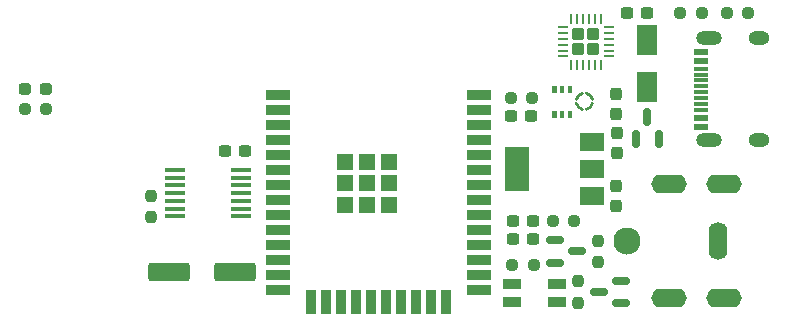
<source format=gbr>
%TF.GenerationSoftware,KiCad,Pcbnew,(6.0.0-0)*%
%TF.CreationDate,2022-01-26T18:23:46+01:00*%
%TF.ProjectId,GlowCoreMini,476c6f77-436f-4726-954d-696e692e6b69,rev?*%
%TF.SameCoordinates,Original*%
%TF.FileFunction,Paste,Top*%
%TF.FilePolarity,Positive*%
%FSLAX46Y46*%
G04 Gerber Fmt 4.6, Leading zero omitted, Abs format (unit mm)*
G04 Created by KiCad (PCBNEW (6.0.0-0)) date 2022-01-26 18:23:46*
%MOMM*%
%LPD*%
G01*
G04 APERTURE LIST*
G04 Aperture macros list*
%AMRoundRect*
0 Rectangle with rounded corners*
0 $1 Rounding radius*
0 $2 $3 $4 $5 $6 $7 $8 $9 X,Y pos of 4 corners*
0 Add a 4 corners polygon primitive as box body*
4,1,4,$2,$3,$4,$5,$6,$7,$8,$9,$2,$3,0*
0 Add four circle primitives for the rounded corners*
1,1,$1+$1,$2,$3*
1,1,$1+$1,$4,$5*
1,1,$1+$1,$6,$7*
1,1,$1+$1,$8,$9*
0 Add four rect primitives between the rounded corners*
20,1,$1+$1,$2,$3,$4,$5,0*
20,1,$1+$1,$4,$5,$6,$7,0*
20,1,$1+$1,$6,$7,$8,$9,0*
20,1,$1+$1,$8,$9,$2,$3,0*%
G04 Aperture macros list end*
%ADD10C,0.240000*%
%ADD11C,0.010000*%
%ADD12R,1.500000X0.900000*%
%ADD13RoundRect,0.237500X0.250000X0.237500X-0.250000X0.237500X-0.250000X-0.237500X0.250000X-0.237500X0*%
%ADD14RoundRect,0.237500X-0.237500X0.300000X-0.237500X-0.300000X0.237500X-0.300000X0.237500X0.300000X0*%
%ADD15RoundRect,0.237500X-0.300000X-0.237500X0.300000X-0.237500X0.300000X0.237500X-0.300000X0.237500X0*%
%ADD16RoundRect,0.250000X0.275000X0.275000X-0.275000X0.275000X-0.275000X-0.275000X0.275000X-0.275000X0*%
%ADD17RoundRect,0.062500X0.350000X0.062500X-0.350000X0.062500X-0.350000X-0.062500X0.350000X-0.062500X0*%
%ADD18RoundRect,0.062500X0.062500X0.350000X-0.062500X0.350000X-0.062500X-0.350000X0.062500X-0.350000X0*%
%ADD19RoundRect,0.237500X-0.237500X0.250000X-0.237500X-0.250000X0.237500X-0.250000X0.237500X0.250000X0*%
%ADD20R,1.676400X0.355600*%
%ADD21RoundRect,0.150000X0.587500X0.150000X-0.587500X0.150000X-0.587500X-0.150000X0.587500X-0.150000X0*%
%ADD22R,2.000000X1.500000*%
%ADD23R,2.000000X3.800000*%
%ADD24R,1.300000X0.600000*%
%ADD25R,1.300000X0.300000*%
%ADD26O,2.200000X1.200000*%
%ADD27O,1.800000X1.200000*%
%ADD28RoundRect,0.237500X0.237500X-0.250000X0.237500X0.250000X-0.237500X0.250000X-0.237500X-0.250000X0*%
%ADD29O,3.000000X1.600000*%
%ADD30O,1.600000X3.200000*%
%ADD31C,2.300000*%
%ADD32RoundRect,0.237500X-0.287500X-0.237500X0.287500X-0.237500X0.287500X0.237500X-0.287500X0.237500X0*%
%ADD33RoundRect,0.150000X0.150000X-0.587500X0.150000X0.587500X-0.150000X0.587500X-0.150000X-0.587500X0*%
%ADD34RoundRect,0.237500X-0.250000X-0.237500X0.250000X-0.237500X0.250000X0.237500X-0.250000X0.237500X0*%
%ADD35RoundRect,0.237500X0.300000X0.237500X-0.300000X0.237500X-0.300000X-0.237500X0.300000X-0.237500X0*%
%ADD36RoundRect,0.250000X-1.500000X-0.550000X1.500000X-0.550000X1.500000X0.550000X-1.500000X0.550000X0*%
%ADD37R,1.800000X2.500000*%
%ADD38R,2.000000X0.900000*%
%ADD39R,0.900000X2.000000*%
%ADD40R,1.330000X1.330000*%
%ADD41RoundRect,0.150000X-0.587500X-0.150000X0.587500X-0.150000X0.587500X0.150000X-0.587500X0.150000X0*%
G04 APERTURE END LIST*
D10*
%TO.C,MK1*%
X156049000Y-91991000D02*
G75*
G03*
X156559000Y-92501000I696673J186673D01*
G01*
X156559000Y-91141000D02*
G75*
G03*
X156049000Y-91651000I186673J-696673D01*
G01*
X156899000Y-92501000D02*
G75*
G03*
X157409000Y-91991000I-186673J696673D01*
G01*
X157409000Y-91651000D02*
G75*
G03*
X156899000Y-91141000I-696673J-186673D01*
G01*
D11*
X155304000Y-93146000D02*
X155304000Y-92646000D01*
X155304000Y-92646000D02*
X155604000Y-92646000D01*
X155604000Y-92646000D02*
X155604000Y-93146000D01*
X155604000Y-93146000D02*
X155304000Y-93146000D01*
G36*
X155604000Y-93146000D02*
G01*
X155304000Y-93146000D01*
X155304000Y-92646000D01*
X155604000Y-92646000D01*
X155604000Y-93146000D01*
G37*
X155604000Y-93146000D02*
X155304000Y-93146000D01*
X155304000Y-92646000D01*
X155604000Y-92646000D01*
X155604000Y-93146000D01*
X154654000Y-90996000D02*
X154654000Y-90496000D01*
X154654000Y-90496000D02*
X154954000Y-90496000D01*
X154954000Y-90496000D02*
X154954000Y-90996000D01*
X154954000Y-90996000D02*
X154654000Y-90996000D01*
G36*
X154954000Y-90996000D02*
G01*
X154654000Y-90996000D01*
X154654000Y-90496000D01*
X154954000Y-90496000D01*
X154954000Y-90996000D01*
G37*
X154954000Y-90996000D02*
X154654000Y-90996000D01*
X154654000Y-90496000D01*
X154954000Y-90496000D01*
X154954000Y-90996000D01*
X155304000Y-90996000D02*
X155304000Y-90496000D01*
X155304000Y-90496000D02*
X155604000Y-90496000D01*
X155604000Y-90496000D02*
X155604000Y-90996000D01*
X155604000Y-90996000D02*
X155304000Y-90996000D01*
G36*
X155604000Y-90996000D02*
G01*
X155304000Y-90996000D01*
X155304000Y-90496000D01*
X155604000Y-90496000D01*
X155604000Y-90996000D01*
G37*
X155604000Y-90996000D02*
X155304000Y-90996000D01*
X155304000Y-90496000D01*
X155604000Y-90496000D01*
X155604000Y-90996000D01*
X154654000Y-93146000D02*
X154654000Y-92646000D01*
X154654000Y-92646000D02*
X154954000Y-92646000D01*
X154954000Y-92646000D02*
X154954000Y-93146000D01*
X154954000Y-93146000D02*
X154654000Y-93146000D01*
G36*
X154954000Y-93146000D02*
G01*
X154654000Y-93146000D01*
X154654000Y-92646000D01*
X154954000Y-92646000D01*
X154954000Y-93146000D01*
G37*
X154954000Y-93146000D02*
X154654000Y-93146000D01*
X154654000Y-92646000D01*
X154954000Y-92646000D01*
X154954000Y-93146000D01*
X154004000Y-90996000D02*
X154004000Y-90496000D01*
X154004000Y-90496000D02*
X154304000Y-90496000D01*
X154304000Y-90496000D02*
X154304000Y-90996000D01*
X154304000Y-90996000D02*
X154004000Y-90996000D01*
G36*
X154304000Y-90996000D02*
G01*
X154004000Y-90996000D01*
X154004000Y-90496000D01*
X154304000Y-90496000D01*
X154304000Y-90996000D01*
G37*
X154304000Y-90996000D02*
X154004000Y-90996000D01*
X154004000Y-90496000D01*
X154304000Y-90496000D01*
X154304000Y-90996000D01*
X154004000Y-93146000D02*
X154004000Y-92646000D01*
X154004000Y-92646000D02*
X154304000Y-92646000D01*
X154304000Y-92646000D02*
X154304000Y-93146000D01*
X154304000Y-93146000D02*
X154004000Y-93146000D01*
G36*
X154304000Y-93146000D02*
G01*
X154004000Y-93146000D01*
X154004000Y-92646000D01*
X154304000Y-92646000D01*
X154304000Y-93146000D01*
G37*
X154304000Y-93146000D02*
X154004000Y-93146000D01*
X154004000Y-92646000D01*
X154304000Y-92646000D01*
X154304000Y-93146000D01*
%TD*%
D12*
%TO.C,SW1*%
X154427000Y-107327000D03*
X150627000Y-107327000D03*
X150627000Y-108827000D03*
X154427000Y-108827000D03*
%TD*%
D13*
%TO.C,R9*%
X170584500Y-84328000D03*
X168759500Y-84328000D03*
%TD*%
D14*
%TO.C,C9*%
X159385000Y-98959500D03*
X159385000Y-100684500D03*
%TD*%
D15*
%TO.C,C5*%
X150648500Y-101981000D03*
X152373500Y-101981000D03*
%TD*%
%TO.C,C1*%
X126264500Y-96012000D03*
X127989500Y-96012000D03*
%TD*%
D16*
%TO.C,U4*%
X157495000Y-87417500D03*
X156195000Y-86117500D03*
X157495000Y-86117500D03*
X156195000Y-87417500D03*
D17*
X158782500Y-88017500D03*
X158782500Y-87517500D03*
X158782500Y-87017500D03*
X158782500Y-86517500D03*
X158782500Y-86017500D03*
X158782500Y-85517500D03*
D18*
X158095000Y-84830000D03*
X157595000Y-84830000D03*
X157095000Y-84830000D03*
X156595000Y-84830000D03*
X156095000Y-84830000D03*
X155595000Y-84830000D03*
D17*
X154907500Y-85517500D03*
X154907500Y-86017500D03*
X154907500Y-86517500D03*
X154907500Y-87017500D03*
X154907500Y-87517500D03*
X154907500Y-88017500D03*
D18*
X155595000Y-88705000D03*
X156095000Y-88705000D03*
X156595000Y-88705000D03*
X157095000Y-88705000D03*
X157595000Y-88705000D03*
X158095000Y-88705000D03*
%TD*%
D19*
%TO.C,R1*%
X120015000Y-99798500D03*
X120015000Y-101623500D03*
%TD*%
D14*
%TO.C,C3*%
X159512000Y-94488000D03*
X159512000Y-96213000D03*
%TD*%
D20*
%TO.C,U1*%
X122021600Y-97644499D03*
X122021600Y-98294500D03*
X122021600Y-98944501D03*
X122021600Y-99594500D03*
X122021600Y-100244499D03*
X122021600Y-100894500D03*
X122021600Y-101544499D03*
X127660400Y-101544501D03*
X127660400Y-100894500D03*
X127660400Y-100244501D03*
X127660400Y-99594500D03*
X127660400Y-98944501D03*
X127660400Y-98294500D03*
X127660400Y-97644501D03*
%TD*%
D21*
%TO.C,Q2*%
X159814500Y-108900000D03*
X159814500Y-107000000D03*
X157939500Y-107950000D03*
%TD*%
D22*
%TO.C,U3*%
X157328000Y-99836000D03*
X157328000Y-97536000D03*
X157328000Y-95236000D03*
D23*
X151028000Y-97536000D03*
%TD*%
D24*
%TO.C,USB1*%
X166577000Y-94005000D03*
X166577000Y-93205000D03*
D25*
X166577000Y-92055000D03*
X166577000Y-91055000D03*
X166577000Y-90555000D03*
X166577000Y-89555000D03*
D24*
X166577000Y-87605000D03*
X166577000Y-88405000D03*
D25*
X166577000Y-89055000D03*
X166577000Y-90055000D03*
X166577000Y-91555000D03*
X166577000Y-92555000D03*
D26*
X167317000Y-86485000D03*
X167317000Y-95125000D03*
D27*
X171497000Y-86485000D03*
X171497000Y-95125000D03*
%TD*%
D28*
%TO.C,R6*%
X157861000Y-105433500D03*
X157861000Y-103608500D03*
%TD*%
D29*
%TO.C,J2*%
X163865000Y-108512000D03*
X163865000Y-98812000D03*
X168565000Y-108512000D03*
X168565000Y-98812000D03*
D30*
X168065000Y-103662000D03*
D31*
X160365000Y-103662000D03*
%TD*%
D28*
%TO.C,R8*%
X156210000Y-108862500D03*
X156210000Y-107037500D03*
%TD*%
D15*
%TO.C,C6*%
X160300500Y-84328000D03*
X162025500Y-84328000D03*
%TD*%
D32*
%TO.C,D2*%
X109361000Y-90805000D03*
X111111000Y-90805000D03*
%TD*%
D33*
%TO.C,Q1*%
X161102000Y-95044500D03*
X163002000Y-95044500D03*
X162052000Y-93169500D03*
%TD*%
D34*
%TO.C,R4*%
X150471500Y-91567000D03*
X152296500Y-91567000D03*
%TD*%
D15*
%TO.C,C8*%
X150521500Y-93091000D03*
X152246500Y-93091000D03*
%TD*%
D35*
%TO.C,C4*%
X152400000Y-103505000D03*
X150675000Y-103505000D03*
%TD*%
D34*
%TO.C,R3*%
X164822500Y-84328000D03*
X166647500Y-84328000D03*
%TD*%
D13*
%TO.C,R5*%
X152423500Y-105664000D03*
X150598500Y-105664000D03*
%TD*%
D36*
%TO.C,C2*%
X121533000Y-106299000D03*
X127133000Y-106299000D03*
%TD*%
D37*
%TO.C,D1*%
X162052000Y-90614000D03*
X162052000Y-86614000D03*
%TD*%
D38*
%TO.C,U2*%
X130819000Y-91260000D03*
X130819000Y-92530000D03*
X130819000Y-93800000D03*
X130819000Y-95070000D03*
X130819000Y-96340000D03*
X130819000Y-97610000D03*
X130819000Y-98880000D03*
X130819000Y-100150000D03*
X130819000Y-101420000D03*
X130819000Y-102690000D03*
X130819000Y-103960000D03*
X130819000Y-105230000D03*
X130819000Y-106500000D03*
X130819000Y-107770000D03*
D39*
X133604000Y-108770000D03*
X134874000Y-108770000D03*
X136144000Y-108770000D03*
X137414000Y-108770000D03*
X138684000Y-108770000D03*
X139954000Y-108770000D03*
X141224000Y-108770000D03*
X142494000Y-108770000D03*
X143764000Y-108770000D03*
X145034000Y-108770000D03*
D38*
X147819000Y-107770000D03*
X147819000Y-106500000D03*
X147819000Y-105230000D03*
X147819000Y-103960000D03*
X147819000Y-102690000D03*
X147819000Y-101420000D03*
X147819000Y-100150000D03*
X147819000Y-98880000D03*
X147819000Y-97610000D03*
X147819000Y-96340000D03*
X147819000Y-95070000D03*
X147819000Y-93800000D03*
X147819000Y-92530000D03*
X147819000Y-91260000D03*
D40*
X136484000Y-96925000D03*
X138319000Y-96925000D03*
X140154000Y-96925000D03*
X136484000Y-98760000D03*
X138319000Y-98760000D03*
X140154000Y-98760000D03*
X136484000Y-100595000D03*
X138319000Y-100595000D03*
X140154000Y-100595000D03*
%TD*%
D14*
%TO.C,C7*%
X159385000Y-91186000D03*
X159385000Y-92911000D03*
%TD*%
D34*
%TO.C,R7*%
X109323500Y-92456000D03*
X111148500Y-92456000D03*
%TD*%
D13*
%TO.C,R2*%
X155852500Y-101981000D03*
X154027500Y-101981000D03*
%TD*%
D41*
%TO.C,Q3*%
X154256500Y-103571000D03*
X154256500Y-105471000D03*
X156131500Y-104521000D03*
%TD*%
M02*

</source>
